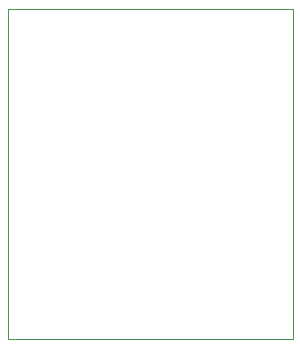
<source format=gm1>
%TF.GenerationSoftware,KiCad,Pcbnew,5.1.10-1.fc32*%
%TF.CreationDate,2021-08-09T17:47:35+02:00*%
%TF.ProjectId,stlink_dongle,73746c69-6e6b-45f6-946f-6e676c652e6b,rev?*%
%TF.SameCoordinates,Original*%
%TF.FileFunction,Profile,NP*%
%FSLAX46Y46*%
G04 Gerber Fmt 4.6, Leading zero omitted, Abs format (unit mm)*
G04 Created by KiCad (PCBNEW 5.1.10-1.fc32) date 2021-08-09 17:47:35*
%MOMM*%
%LPD*%
G01*
G04 APERTURE LIST*
%TA.AperFunction,Profile*%
%ADD10C,0.100000*%
%TD*%
G04 APERTURE END LIST*
D10*
X212090000Y-73660000D02*
X212090000Y-101600000D01*
X187960000Y-73660000D02*
X212090000Y-73660000D01*
X187960000Y-101600000D02*
X187960000Y-73660000D01*
X212090000Y-101600000D02*
X187960000Y-101600000D01*
M02*

</source>
